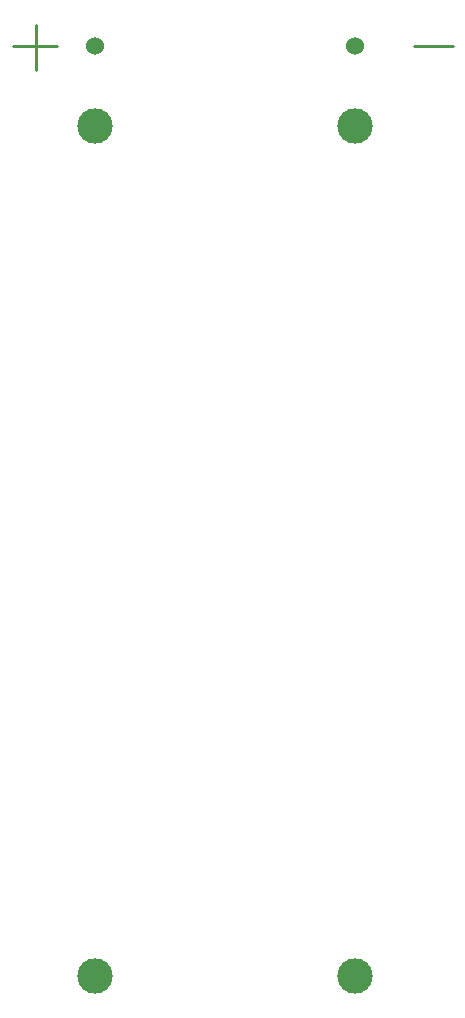
<source format=gbr>
G04 start of page 2 for group 0 idx 0 *
G04 Title: (unknown), top *
G04 Creator: pcb 20140316 *
G04 CreationDate: Tue 28 Aug 2018 07:02:52 AM GMT UTC *
G04 For: cwispell *
G04 Format: Gerber/RS-274X *
G04 PCB-Dimensions (mil): 1692.91 3622.05 *
G04 PCB-Coordinate-Origin: lower left *
%MOIN*%
%FSLAX25Y25*%
%LNTOP*%
%ADD15C,0.0350*%
%ADD14C,0.0787*%
%ADD13C,0.0600*%
%ADD12C,0.1181*%
%ADD11C,0.0100*%
G54D11*X148622Y349409D02*X161417D01*
X22638Y356299D02*Y341535D01*
X14764Y349409D02*X29528D01*
G54D12*X42323Y39370D03*
X128937D03*
G54D13*Y349409D03*
X42323D03*
G54D12*X128937Y322835D03*
X42323D03*
G54D14*G54D15*G54D14*M02*

</source>
